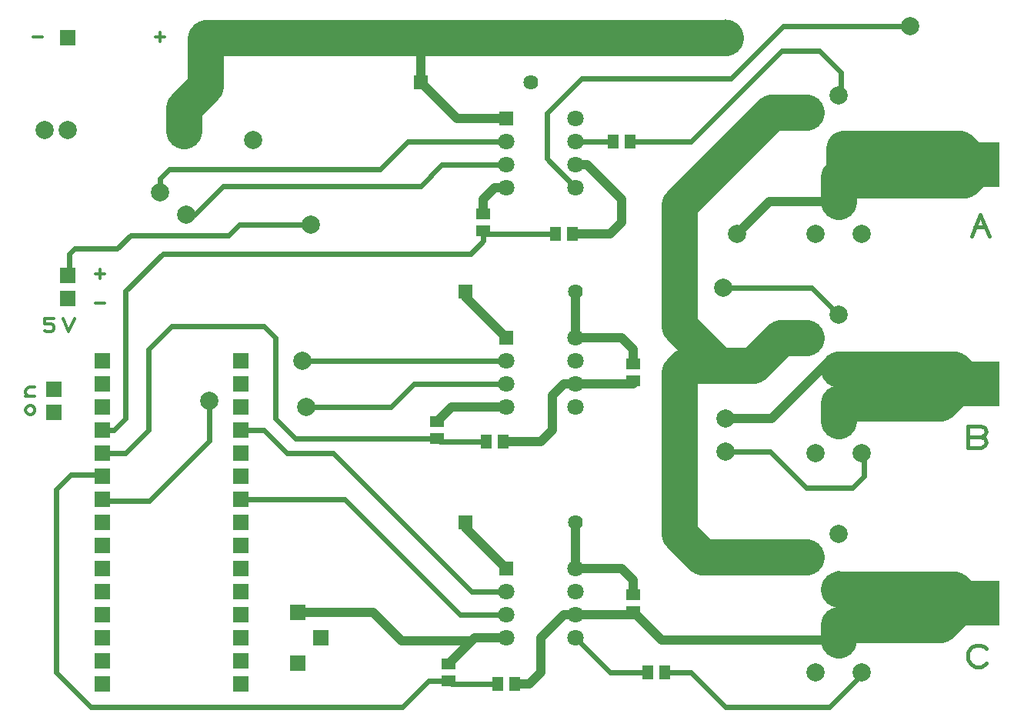
<source format=gbr>
G04 EasyPC Gerber Version 20.0.2 Build 4112 *
G04 #@! TF.Part,Single*
G04 #@! TF.FileFunction,Copper,L1,Top *
%FSLAX35Y35*%
%MOIN*%
G04 #@! TA.AperFunction,SMDPad*
%ADD17R,0.05100X0.06000*%
G04 #@! TA.AperFunction,ComponentPad*
%ADD12R,0.06000X0.06000*%
%ADD14R,0.06400X0.06400*%
%ADD19R,0.07087X0.07087*%
%ADD70R,0.19685X0.19685*%
G04 #@! TD.AperFunction*
%ADD11C,0.01181*%
%ADD10C,0.01575*%
%ADD21C,0.02362*%
%ADD20C,0.03937*%
G04 #@! TA.AperFunction,ComponentPad*
%ADD15C,0.06400*%
%ADD13C,0.07087*%
G04 #@! TA.AperFunction,SMDPad*
%ADD16R,0.06000X0.05100*%
G04 #@! TA.AperFunction,ComponentPad*
%ADD18C,0.07874*%
G04 #@! TA.AperFunction,ViaPad*
%ADD71C,0.15748*%
X0Y0D02*
D02*
D10*
X373250Y275963D02*
Y273230D01*
X387207Y69148D02*
Y73230D01*
Y164533D02*
Y168230D01*
X389640Y260242D02*
Y260730D01*
X387207*
Y263230*
X451124Y37167D02*
X450337Y36380D01*
X448762Y35593*
X446400*
X444825Y36380*
X444037Y37167*
X443250Y38742*
Y41892*
X444037Y43467*
X444825Y44254*
X446400Y45041*
X448762*
X450337Y44254*
X451124Y43467*
X448762Y135317D02*
X450337Y134530D01*
X451124Y132955*
X450337Y131380*
X448762Y130593*
X443250*
Y140041*
X448762*
X450337Y139254*
X451124Y137679*
X450337Y136104*
X448762Y135317*
X443250*
X444695Y222226D02*
X448632Y231675D01*
X452569Y222226*
X446270Y226163D02*
X450994D01*
D02*
D11*
X38183Y308522D02*
X42120D01*
X37455Y144911D02*
X38439Y145404D01*
X38931Y146388*
Y147372*
X38439Y148356*
X37455Y148848*
X36470*
X35486Y148356*
X34994Y147372*
Y146388*
X35486Y145404*
X36470Y144911*
X37455*
X38931Y152785D02*
X34994D01*
X36470D02*
X35486Y153278D01*
X34994Y154262*
Y155246*
X35486Y156230*
X36470Y156722*
X38931*
X43293Y181250D02*
X44278Y180758D01*
X45754*
X46738Y181250*
X47230Y182234*
Y182726*
X46738Y183711*
X45754Y184203*
X43293*
Y186663*
X47230*
X51167D02*
X53628Y180758D01*
X56089Y186663*
X65112Y205982D02*
X69049D01*
X67081Y204014D02*
Y207951D01*
X65321Y193262D02*
X69258D01*
X91108Y308522D02*
X95045D01*
X93077Y306553D02*
Y310490D01*
D02*
D12*
X243250Y78230D03*
Y178230D03*
Y273230D03*
D02*
D13*
Y48230D03*
Y58230D03*
Y68230D03*
Y148230D03*
Y158230D03*
Y168230D03*
Y243230D03*
Y253230D03*
Y263230D03*
X273250Y48230D03*
Y58230D03*
Y68230D03*
Y78230D03*
Y148230D03*
Y158230D03*
Y168230D03*
Y178230D03*
Y243230D03*
Y253230D03*
Y263230D03*
Y273230D03*
D02*
D14*
X206181Y288904D03*
X225650Y98230D03*
Y198230D03*
D02*
D15*
X253781Y288904D03*
X273250Y98230D03*
Y198230D03*
D02*
D16*
X213250Y134480D03*
Y141980D03*
X218250Y29480D03*
Y36980D03*
X233250Y224480D03*
Y231980D03*
X298250Y59480D03*
Y66980D03*
Y159480D03*
Y166980D03*
D02*
D17*
X234500Y133230D03*
X239500Y28230D03*
X242000Y133230D03*
X247000Y28230D03*
X264500Y223230D03*
X272000D03*
X289500Y263230D03*
X297000D03*
X304500Y33230D03*
X312000D03*
D02*
D18*
X43250Y268230D03*
X53250D03*
X93250Y241156D03*
X103474Y263789D03*
X104541Y231490D03*
X114447Y150919D03*
X133474Y263789D03*
X154679Y168230D03*
X156632Y148230D03*
X158451Y227305D03*
X337289Y199986D03*
X338250Y129026D03*
Y143230D03*
X343250Y223230D03*
X373250Y83230D03*
Y178230D03*
Y273230D03*
X377207Y33230D03*
Y128230D03*
Y223230D03*
X387207Y47187D03*
Y73230D03*
Y93230D03*
Y142187D03*
Y168230D03*
Y188230D03*
Y237187D03*
Y263230D03*
Y283230D03*
X397207Y33230D03*
Y128230D03*
Y223230D03*
X418250Y313230D03*
D02*
D19*
X47026Y145766D03*
Y155766D03*
X53250Y195061D03*
Y205061D03*
Y308230D03*
X68250Y28230D03*
Y38230D03*
Y48230D03*
Y58230D03*
Y68230D03*
Y78230D03*
Y88230D03*
Y98230D03*
Y108230D03*
Y118230D03*
Y128230D03*
Y138230D03*
Y148230D03*
Y158230D03*
Y168230D03*
X113250Y308230D03*
X128250Y28230D03*
Y38230D03*
Y48230D03*
Y58230D03*
Y68230D03*
Y78230D03*
Y88230D03*
Y98230D03*
Y108230D03*
Y118230D03*
Y128230D03*
Y138230D03*
Y148230D03*
Y158230D03*
Y168230D03*
X152813Y37360D03*
Y59368D03*
X162844Y48364D03*
D02*
D70*
X447207Y63230D03*
Y158230D03*
Y253230D03*
D02*
D71*
X103474Y267785D02*
Y277848D01*
X112797Y287171*
Y307778*
X113250Y308230*
X206181*
X338250*
D03*
X350228Y166252D02*
X321272D01*
X318250Y163230*
Y93230*
X328250Y83230*
X373250*
X350228Y166252D02*
X335228D01*
X318250Y183230*
Y235963*
X358250Y275963*
X373250*
Y178230D02*
X362207D01*
X350228Y166252*
X387207Y47187D02*
Y53829D01*
X431163*
X440565Y63230*
X447207*
X387207Y142187D02*
Y149907D01*
X431163*
X439486Y158230*
X447207*
X387207Y237187D02*
Y246380D01*
X441644*
X447207Y251943*
Y253230*
X387207Y237187D02*
Y247711D01*
X389640*
Y260242*
X447207Y63230D02*
X443124D01*
X437207Y69148*
X387207*
X447207Y158230D02*
X443510D01*
X437207Y164533*
X387207*
X447207Y253230D02*
X446652D01*
X439640Y260242*
X389640*
D02*
D20*
X103474Y263789D02*
Y267785D01*
X152813Y59368D02*
X185577D01*
X197955Y46990*
X227510*
X227885Y46615*
X206181Y288904D02*
Y308230D01*
X225650Y98230D02*
Y95830D01*
X243250Y78230*
X225650Y198230D02*
Y195830D01*
X243250Y178230*
X227885Y46615D02*
X218250Y36980D01*
X233250Y231980D02*
Y238230D01*
X238250Y243230*
X243250*
Y48230D02*
X229500D01*
X227885Y46615*
X243250Y148230D02*
X219500D01*
X213250Y141980*
X243250Y273230D02*
X221855D01*
X206181Y288904*
X247000Y28230D02*
X253250D01*
X258250Y33230*
Y48230*
X268250Y58230*
X273250*
Y98230D02*
Y78230D01*
Y158230D02*
X268250D01*
X263250Y153230*
Y138230*
X258250Y133230*
X242000*
X273250Y198230D02*
Y178230D01*
Y253230D02*
X278250D01*
X293250Y238230*
Y228230*
X288250Y223230*
X272000*
X298250Y59480D02*
Y58230D01*
X273250*
X298250Y66980D02*
Y73230D01*
X293250Y78230*
X273250*
X298250Y159480D02*
Y158230D01*
X273250*
X298250Y166980D02*
Y173230D01*
X293250Y178230*
X273250*
X387207Y47187D02*
X310543D01*
X298250Y59480*
X387207Y168230D02*
X383250D01*
X358250Y143230*
X338250*
X387207Y237187D02*
X357207D01*
X343250Y223230*
D02*
D21*
X68250Y128230D02*
X78250D01*
X88250Y138230*
Y173230*
X98250Y183230*
X138250*
X143250Y178230*
Y143230*
X152000Y134480*
X213250*
X68250Y138230D02*
X73250D01*
X78250Y143230*
Y198407*
X94455Y214612*
X227797*
X233250Y220065*
Y224480*
X114447Y150919D02*
Y133620D01*
X88494Y107667*
X68813*
X68250Y108230*
X158451Y227305D02*
X127600D01*
X122978Y222683*
X80502*
X74648Y216829*
X56175*
X53770Y214423*
Y205581*
X53250Y205061*
X218250Y29480D02*
X209500D01*
X198250Y18230*
X63250*
X48250Y33230*
Y112687*
X54604Y119041*
X68250*
Y118230*
X234500Y133230D02*
X214500D01*
X213250Y134480*
X239500Y28230D02*
X219500D01*
X218250Y29480*
X243250Y58230D02*
X223250D01*
X173250Y108230*
X128250*
X243250Y68230D02*
X228250D01*
X168250Y128230*
X148250*
X138250Y138230*
X128250*
X243250Y158230D02*
X203250D01*
X193250Y148230*
X156632*
X243250Y168230D02*
X154679D01*
X243250Y253230D02*
X215195D01*
X210360Y248396*
Y248301*
X206033Y243974*
X120577*
X108093Y231490*
X104541*
X243250Y263230D02*
X200474D01*
X188341Y251096*
X97057*
X93156Y247195*
Y241156*
X93250*
X264500Y223230D02*
X234500D01*
X233250Y224480*
X273250Y48230D02*
X288250Y33230D01*
X304500*
X273250Y243230D02*
X260722Y255758D01*
Y275396*
X275722Y290396*
X340415*
X363250Y313230*
X418250*
X273250Y263230D02*
X289500D01*
X297000D02*
X323250D01*
X362587Y302568*
X378913*
X388250Y293230*
Y284274*
X387207Y283230*
X312000Y33230D02*
X323250D01*
X338250Y18230*
X383250*
X397207Y32187*
X398250*
X397207Y33230*
X337289Y199986D02*
X375451D01*
X387207Y188230*
X338250Y129026D02*
X357455D01*
X373250Y113230*
X393250*
X398250Y118230*
Y127187*
X397207Y128230*
X0Y0D02*
M02*

</source>
